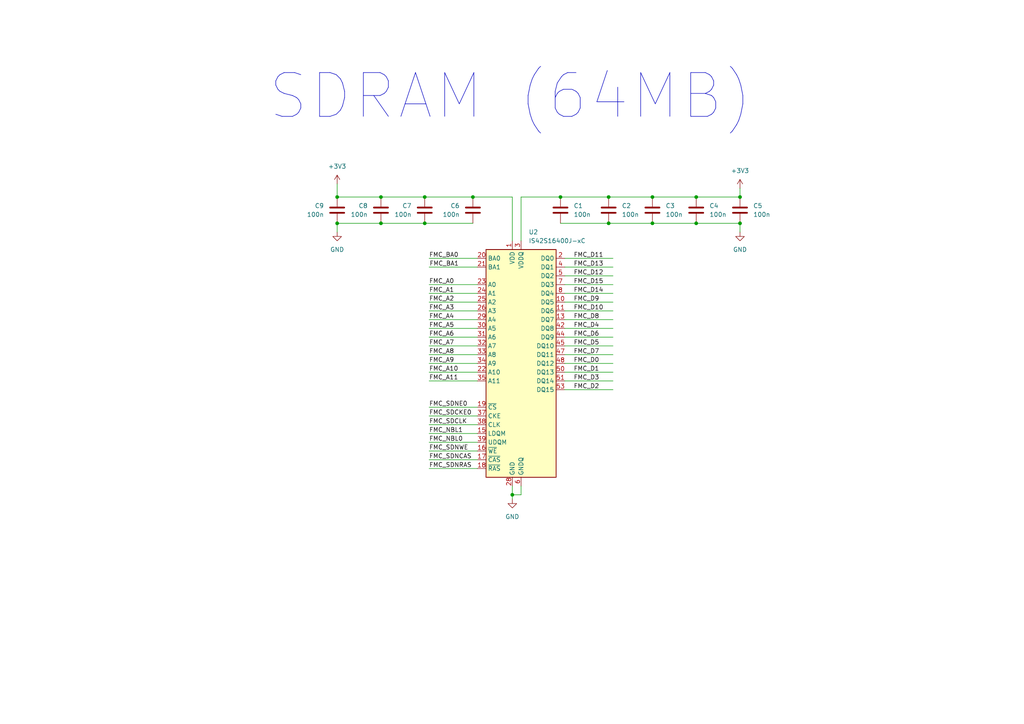
<source format=kicad_sch>
(kicad_sch (version 20230121) (generator eeschema)
  (paper "A4")
  (title_block (title "SDRAM (64MB) ") (date "2024-02-26"))
  (lib_symbols
    (symbol "Device:C" (pin_numbers hide) (pin_names (offset 0.254))
      (property "Reference" "C" (at 0.635 2.54 0))
      (property "Value" "C" (at 0.635 -2.54 0))
      (symbol "C_0_1"
        (polyline (pts (xy -2.032 -0.762) (xy 2.032 -0.762)) (stroke (width 0.508)))
        (polyline (pts (xy -2.032 0.762) (xy 2.032 0.762)) (stroke (width 0.508)))
      )
      (symbol "C_1_1"
        (pin passive line (at 0 3.81 270) (length 2.794) (name "~") (number "1"))
        (pin passive line (at 0 -3.81 90) (length 2.794) (name "~") (number "2"))
      )
    )
    (symbol "Memory_RAM:IS42S16400J-xC"
      (property "Reference" "U" (at -8.89 34.29 0))
      (property "Value" "IS42S16400J-xC" (at 8.89 34.29 0))
      (symbol "IS42S16400J-xC_1_1"
        (rectangle (start -10.16 33.02) (end 10.16 -33.02) (stroke (width 0.254)) (fill (type background)))
        (pin power_in line (at -2.54 35.56 270) (length 2.54) (name "VDD") (number "1"))
        (pin bidirectional line (at 12.7 17.78 180) (length 2.54) (name "DQ5") (number "10"))
        (pin bidirectional line (at 12.7 15.24 180) (length 2.54) (name "DQ6") (number "11"))
        (pin passive line (at 0 -35.56 90) (length 2.54) hide (name "GNDQ") (number "12"))
        (pin bidirectional line (at 12.7 12.7 180) (length 2.54) (name "DQ7") (number "13"))
        (pin passive line (at -2.54 35.56 270) (length 2.54) hide (name "VDD") (number "14"))
        (pin input line (at -12.7 -20.32 0) (length 2.54) (name "LDQM") (number "15"))
        (pin input line (at -12.7 -25.4 0) (length 2.54) (name "~{WE}") (number "16"))
        (pin input line (at -12.7 -27.94 0) (length 2.54) (name "~{CAS}") (number "17"))
        (pin input line (at -12.7 -30.48 0) (length 2.54) (name "~{RAS}") (number "18"))
        (pin input line (at -12.7 -12.7 0) (length 2.54) (name "~{CS}") (number "19"))
        (pin bidirectional line (at 12.7 30.48 180) (length 2.54) (name "DQ0") (number "2"))
        (pin input line (at -12.7 30.48 0) (length 2.54) (name "BA0") (number "20"))
        (pin input line (at -12.7 27.94 0) (length 2.54) (name "BA1") (number "21"))
        (pin input line (at -12.7 -2.54 0) (length 2.54) (name "A10") (number "22"))
        (pin input line (at -12.7 22.86 0) (length 2.54) (name "A0") (number "23"))
        (pin input line (at -12.7 20.32 0) (length 2.54) (name "A1") (number "24"))
        (pin input line (at -12.7 17.78 0) (length 2.54) (name "A2") (number "25"))
        (pin input line (at -12.7 15.24 0) (length 2.54) (name "A3") (number "26"))
        (pin passive line (at -2.54 35.56 270) (length 2.54) hide (name "VDD") (number "27"))
        (pin power_in line (at -2.54 -35.56 90) (length 2.54) (name "GND") (number "28"))
        (pin input line (at -12.7 12.7 0) (length 2.54) (name "A4") (number "29"))
        (pin power_in line (at 0 35.56 270) (length 2.54) (name "VDDQ") (number "3"))
        (pin input line (at -12.7 10.16 0) (length 2.54) (name "A5") (number "30"))
        (pin input line (at -12.7 7.62 0) (length 2.54) (name "A6") (number "31"))
        (pin input line (at -12.7 5.08 0) (length 2.54) (name "A7") (number "32"))
        (pin input line (at -12.7 2.54 0) (length 2.54) (name "A8") (number "33"))
        (pin input line (at -12.7 0 0) (length 2.54) (name "A9") (number "34"))
        (pin input line (at -12.7 -5.08 0) (length 2.54) (name "A11") (number "35"))
        (pin no_connect line (at 10.16 -17.78 180) (length 2.54) hide (name "NC") (number "36"))
        (pin input line (at -12.7 -15.24 0) (length 2.54) (name "CKE") (number "37"))
        (pin input line (at -12.7 -17.78 0) (length 2.54) (name "CLK") (number "38"))
        (pin input line (at -12.7 -22.86 0) (length 2.54) (name "UDQM") (number "39"))
        (pin bidirectional line (at 12.7 27.94 180) (length 2.54) (name "DQ1") (number "4"))
        (pin no_connect line (at 10.16 -20.32 180) (length 2.54) hide (name "NC") (number "40"))
        (pin passive line (at -2.54 -35.56 90) (length 2.54) hide (name "GND") (number "41"))
        (pin bidirectional line (at 12.7 10.16 180) (length 2.54) (name "DQ8") (number "42"))
        (pin passive line (at 0 35.56 270) (length 2.54) hide (name "VDDQ") (number "43"))
        (pin bidirectional line (at 12.7 7.62 180) (length 2.54) (name "DQ9") (number "44"))
        (pin bidirectional line (at 12.7 5.08 180) (length 2.54) (name "DQ10") (number "45"))
        (pin passive line (at 0 -35.56 90) (length 2.54) hide (name "GNDQ") (number "46"))
        (pin bidirectional line (at 12.7 2.54 180) (length 2.54) (name "DQ11") (number "47"))
        (pin bidirectional line (at 12.7 0 180) (length 2.54) (name "DQ12") (number "48"))
        (pin passive line (at 0 35.56 270) (length 2.54) hide (name "VDDQ") (number "49"))
        (pin bidirectional line (at 12.7 25.4 180) (length 2.54) (name "DQ2") (number "5"))
        (pin bidirectional line (at 12.7 -2.54 180) (length 2.54) (name "DQ13") (number "50"))
        (pin bidirectional line (at 12.7 -5.08 180) (length 2.54) (name "DQ14") (number "51"))
        (pin passive line (at 0 -35.56 90) (length 2.54) hide (name "GNDQ") (number "52"))
        (pin bidirectional line (at 12.7 -7.62 180) (length 2.54) (name "DQ15") (number "53"))
        (pin passive line (at -2.54 -35.56 90) (length 2.54) hide (name "GND") (number "54"))
        (pin power_in line (at 0 -35.56 90) (length 2.54) (name "GNDQ") (number "6"))
        (pin bidirectional line (at 12.7 22.86 180) (length 2.54) (name "DQ3") (number "7"))
        (pin bidirectional line (at 12.7 20.32 180) (length 2.54) (name "DQ4") (number "8"))
        (pin passive line (at 0 35.56 270) (length 2.54) hide (name "VDDQ") (number "9"))
      )
    )
    (symbol "power:+3V3" (power) (pin_names (offset 0))
      (property "Value" "+3V3" (at 0 3.556 0))
      (symbol "+3V3_0_1"
        (polyline (pts (xy -0.762 1.27) (xy 0 2.54)))
        (polyline (pts (xy 0 0) (xy 0 2.54)))
        (polyline (pts (xy 0 2.54) (xy 0.762 1.27)))
      )
      (symbol "+3V3_1_1"
        (pin power_in line (at 0 0 90) (length 0) hide (name "+3V3") (number "1"))
      )
    )
    (symbol "power:GND" (power) (pin_names (offset 0))
      (property "Value" "GND" (at 0 -3.81 0))
      (symbol "GND_0_1"
        (polyline (pts (xy 0 0) (xy 0 -1.27) (xy 1.27 -1.27) (xy 0 -2.54) (xy -1.27 -1.27) (xy 0 -1.27)))
      )
      (symbol "GND_1_1"
        (pin power_in line (at 0 0 270) (length 0) hide (name "GND") (number "1"))
      )
    )
  )
  (junction (at 110.49 64.77))
  (junction (at 214.63 64.77))
  (junction (at 201.93 57.15))
  (junction (at 176.53 64.77))
  (junction (at 137.16 57.15))
  (junction (at 176.53 57.15))
  (junction (at 214.63 57.15))
  (junction (at 97.79 57.15))
  (junction (at 162.56 57.15))
  (junction (at 189.23 57.15))
  (junction (at 110.49 57.15))
  (junction (at 123.19 64.77))
  (junction (at 123.19 57.15))
  (junction (at 148.59 143.51))
  (junction (at 189.23 64.77))
  (junction (at 201.93 64.77))
  (junction (at 97.79 64.77))
  (wire (pts (xy 138.43 110.49) (xy 124.46 110.49)))
  (wire (pts (xy 138.43 107.95) (xy 124.46 107.95)))
  (wire (pts (xy 138.43 85.09) (xy 124.46 85.09)))
  (wire (pts (xy 176.53 64.77) (xy 189.23 64.77)))
  (wire (pts (xy 163.83 110.49) (xy 177.8 110.49)))
  (wire (pts (xy 189.23 64.77) (xy 201.93 64.77)))
  (wire (pts (xy 214.63 54.61) (xy 214.63 57.15)))
  (wire (pts (xy 151.13 143.51) (xy 148.59 143.51)))
  (wire (pts (xy 151.13 140.97) (xy 151.13 143.51)))
  (wire (pts (xy 138.43 87.63) (xy 124.46 87.63)))
  (wire (pts (xy 138.43 125.73) (xy 124.46 125.73)))
  (wire (pts (xy 138.43 100.33) (xy 124.46 100.33)))
  (wire (pts (xy 138.43 128.27) (xy 124.46 128.27)))
  (wire (pts (xy 163.83 82.55) (xy 177.8 82.55)))
  (wire (pts (xy 137.16 57.15) (xy 123.19 57.15)))
  (wire (pts (xy 163.83 100.33) (xy 177.8 100.33)))
  (wire (pts (xy 138.43 120.65) (xy 124.46 120.65)))
  (wire (pts (xy 201.93 57.15) (xy 214.63 57.15)))
  (wire (pts (xy 138.43 97.79) (xy 124.46 97.79)))
  (wire (pts (xy 163.83 77.47) (xy 177.8 77.47)))
  (wire (pts (xy 138.43 123.19) (xy 124.46 123.19)))
  (wire (pts (xy 214.63 67.31) (xy 214.63 64.77)))
  (wire (pts (xy 138.43 135.89) (xy 124.46 135.89)))
  (wire (pts (xy 97.79 64.77) (xy 97.79 67.31)))
  (wire (pts (xy 138.43 92.71) (xy 124.46 92.71)))
  (wire (pts (xy 163.83 85.09) (xy 177.8 85.09)))
  (wire (pts (xy 162.56 64.77) (xy 176.53 64.77)))
  (wire (pts (xy 163.83 107.95) (xy 177.8 107.95)))
  (wire (pts (xy 163.83 92.71) (xy 177.8 92.71)))
  (wire (pts (xy 176.53 57.15) (xy 189.23 57.15)))
  (wire (pts (xy 138.43 74.93) (xy 124.46 74.93)))
  (wire (pts (xy 138.43 102.87) (xy 124.46 102.87)))
  (wire (pts (xy 163.83 105.41) (xy 177.8 105.41)))
  (wire (pts (xy 138.43 90.17) (xy 124.46 90.17)))
  (wire (pts (xy 189.23 57.15) (xy 201.93 57.15)))
  (wire (pts (xy 138.43 105.41) (xy 124.46 105.41)))
  (wire (pts (xy 151.13 57.15) (xy 162.56 57.15)))
  (wire (pts (xy 163.83 90.17) (xy 177.8 90.17)))
  (wire (pts (xy 138.43 77.47) (xy 124.46 77.47)))
  (wire (pts (xy 148.59 143.51) (xy 148.59 144.78)))
  (wire (pts (xy 151.13 69.85) (xy 151.13 57.15)))
  (wire (pts (xy 110.49 57.15) (xy 97.79 57.15)))
  (wire (pts (xy 123.19 64.77) (xy 110.49 64.77)))
  (wire (pts (xy 163.83 113.03) (xy 177.8 113.03)))
  (wire (pts (xy 148.59 57.15) (xy 137.16 57.15)))
  (wire (pts (xy 138.43 82.55) (xy 124.46 82.55)))
  (wire (pts (xy 138.43 133.35) (xy 124.46 133.35)))
  (wire (pts (xy 163.83 97.79) (xy 177.8 97.79)))
  (wire (pts (xy 162.56 57.15) (xy 176.53 57.15)))
  (wire (pts (xy 163.83 95.25) (xy 177.8 95.25)))
  (wire (pts (xy 123.19 57.15) (xy 110.49 57.15)))
  (wire (pts (xy 148.59 143.51) (xy 148.59 140.97)))
  (wire (pts (xy 97.79 53.34) (xy 97.79 57.15)))
  (wire (pts (xy 137.16 64.77) (xy 123.19 64.77)))
  (wire (pts (xy 110.49 64.77) (xy 97.79 64.77)))
  (wire (pts (xy 148.59 69.85) (xy 148.59 57.15)))
  (wire (pts (xy 163.83 87.63) (xy 177.8 87.63)))
  (wire (pts (xy 201.93 64.77) (xy 214.63 64.77)))
  (wire (pts (xy 163.83 102.87) (xy 177.8 102.87)))
  (wire (pts (xy 163.83 74.93) (xy 177.8 74.93)))
  (wire (pts (xy 138.43 118.11) (xy 124.46 118.11)))
  (wire (pts (xy 163.83 80.01) (xy 177.8 80.01)))
  (wire (pts (xy 138.43 95.25) (xy 124.46 95.25)))
  (wire (pts (xy 138.43 130.81) (xy 124.46 130.81)))
  (text "SDRAM (64MB)" (at 77.47 35.56 0) (effects (font (size 12.7 12.7)) (justify left bottom)))
  (label "FMC_A4" (at 124.46 92.71 0))
  (label "FMC_D9" (at 166.37 87.63 0))
  (label "FMC_A5" (at 124.46 95.25 0))
  (label "FMC_A2" (at 124.46 87.63 0))
  (label "FMC_D8" (at 166.37 92.71 0))
  (label "FMC_A11" (at 124.46 110.49 0))
  (label "FMC_D10" (at 166.37 90.17 0))
  (label "FMC_NBL1" (at 124.46 125.73 0))
  (label "FMC_SDCLK" (at 124.46 123.19 0))
  (label "FMC_D14" (at 166.37 85.09 0))
  (label "FMC_D11" (at 166.37 74.93 0))
  (label "FMC_A3" (at 124.46 90.17 0))
  (label "FMC_SDCKE0" (at 124.46 120.65 0))
  (label "FMC_D3" (at 166.37 110.49 0))
  (label "FMC_A7" (at 124.46 100.33 0))
  (label "FMC_D2" (at 166.37 113.03 0))
  (label "FMC_A9" (at 124.46 105.41 0))
  (label "FMC_D15" (at 166.37 82.55 0))
  (label "FMC_D4" (at 166.37 95.25 0))
  (label "FMC_A0" (at 124.46 82.55 0))
  (label "FMC_D13" (at 166.37 77.47 0))
  (label "FMC_SDNCAS" (at 124.46 133.35 0))
  (label "FMC_SDNRAS" (at 124.46 135.89 0))
  (label "FMC_BA0" (at 124.46 74.93 0))
  (label "FMC_D6" (at 166.37 97.79 0))
  (label "FMC_D12" (at 166.37 80.01 0))
  (label "FMC_D5" (at 166.37 100.33 0))
  (label "FMC_D1" (at 166.37 107.95 0))
  (label "FMC_SDNE0" (at 124.46 118.11 0))
  (label "FMC_NBL0" (at 124.46 128.27 0))
  (label "FMC_D7" (at 166.37 102.87 0))
  (label "FMC_A1" (at 124.46 85.09 0))
  (label "FMC_SDNWE" (at 124.46 130.81 0))
  (label "FMC_BA1" (at 124.5483 77.47 0))
  (label "FMC_A6" (at 124.46 97.79 0))
  (label "FMC_A10" (at 124.46 107.95 0))
  (label "FMC_D0" (at 166.37 105.41 0))
  (label "FMC_A8" (at 124.46 102.87 0))
  (symbol (lib_id "Device:C") (at 162.56 60.96 0) (unit 1)
    (property "Reference" "C1" (at 166.37 59.69 0) (effects (justify left)))
    (property "Value" "100n" (at 166.37 62.23 0) (effects (justify left)))
  )
  (symbol (lib_id "Device:C") (at 176.53 60.96 0) (unit 1)
    (property "Reference" "C2" (at 180.34 59.69 0) (effects (justify left)))
    (property "Value" "100n" (at 180.34 62.23 0) (effects (justify left)))
  )
  (symbol (lib_id "Device:C") (at 189.23 60.96 0) (unit 1)
    (property "Reference" "C3" (at 193.04 59.69 0) (effects (justify left)))
    (property "Value" "100n" (at 193.04 62.23 0) (effects (justify left)))
  )
  (symbol (lib_id "power:GND") (at 214.63 67.31 0) (unit 1)
    (property "Reference" "#PWR03" (effects hide))
    (property "Value" "GND" (at 214.63 72.39 0))
  )
  (symbol (lib_id "Device:C") (at 110.49 60.96 0) (mirror y) (unit 1)
    (property "Reference" "C8" (at 106.68 59.69 0) (effects (justify left)))
    (property "Value" "100n" (at 106.68 62.23 0) (effects (justify left)))
  )
  (symbol (lib_id "Device:C") (at 214.63 60.96 0) (unit 1)
    (property "Reference" "C5" (at 218.44 59.69 0) (effects (justify left)))
    (property "Value" "100n" (at 218.44 62.23 0) (effects (justify left)))
  )
  (symbol (lib_id "Memory_RAM:IS42S16400J-xC") (at 151.13 105.41 0) (unit 1)
    (property "Reference" "U2" (at 153.3241 67.31 0) (effects (justify left)))
    (property "Value" "IS42S16400J-xC" (at 153.3241 69.85 0) (effects (justify left)))
    (property "Footprint" "Package_SO:TSOP-II-54_22.2x10.16mm_P0.8mm" (effects hide))
    (property "Datasheet" "http://www.issi.com/WW/pdf/42-45S16400J.pdf" (effects hide))
  )
  (symbol (lib_id "Device:C") (at 123.19 60.96 0) (mirror y) (unit 1)
    (property "Reference" "C7" (at 119.38 59.69 0) (effects (justify left)))
    (property "Value" "100n" (at 119.38 62.23 0) (effects (justify left)))
  )
  (symbol (lib_id "power:+3V3") (at 97.79 53.34 0) (mirror y) (unit 1)
    (property "Reference" "#PWR04" (effects hide))
    (property "Value" "+3V3" (at 97.79 48.26 0))
  )
  (symbol (lib_id "power:GND") (at 148.59 144.78 0) (unit 1)
    (property "Reference" "#PWR01" (effects hide))
    (property "Value" "GND" (at 148.59 149.86 0))
  )
  (symbol (lib_id "Device:C") (at 97.79 60.96 0) (mirror y) (unit 1)
    (property "Reference" "C9" (at 93.98 59.69 0) (effects (justify left)))
    (property "Value" "100n" (at 93.98 62.23 0) (effects (justify left)))
  )
  (symbol (lib_id "Device:C") (at 137.16 60.96 0) (mirror y) (unit 1)
    (property "Reference" "C6" (at 133.35 59.69 0) (effects (justify left)))
    (property "Value" "100n" (at 133.35 62.23 0) (effects (justify left)))
  )
  (symbol (lib_id "Device:C") (at 201.93 60.96 0) (unit 1)
    (property "Reference" "C4" (at 205.74 59.69 0) (effects (justify left)))
    (property "Value" "100n" (at 205.74 62.23 0) (effects (justify left)))
  )
  (symbol (lib_id "power:+3V3") (at 214.63 54.61 0) (unit 1)
    (property "Reference" "#PWR02" (effects hide))
    (property "Value" "+3V3" (at 214.63 49.53 0))
  )
  (symbol (lib_id "power:GND") (at 97.79 67.31 0) (mirror y) (unit 1)
    (property "Reference" "#PWR05" (effects hide))
    (property "Value" "GND" (at 97.79 72.39 0))
  )
)
</source>
